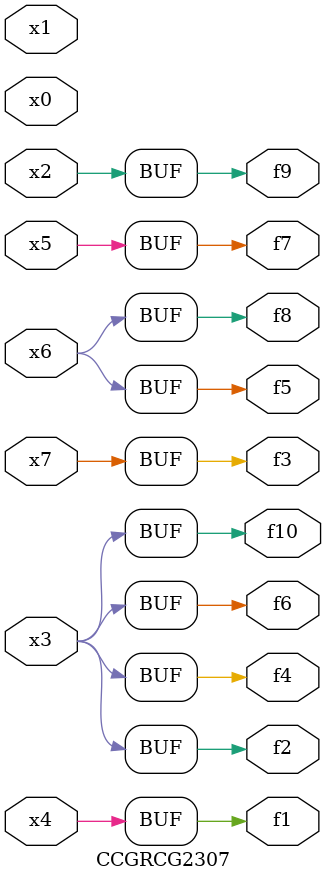
<source format=v>
module CCGRCG2307(
	input x0, x1, x2, x3, x4, x5, x6, x7,
	output f1, f2, f3, f4, f5, f6, f7, f8, f9, f10
);
	assign f1 = x4;
	assign f2 = x3;
	assign f3 = x7;
	assign f4 = x3;
	assign f5 = x6;
	assign f6 = x3;
	assign f7 = x5;
	assign f8 = x6;
	assign f9 = x2;
	assign f10 = x3;
endmodule

</source>
